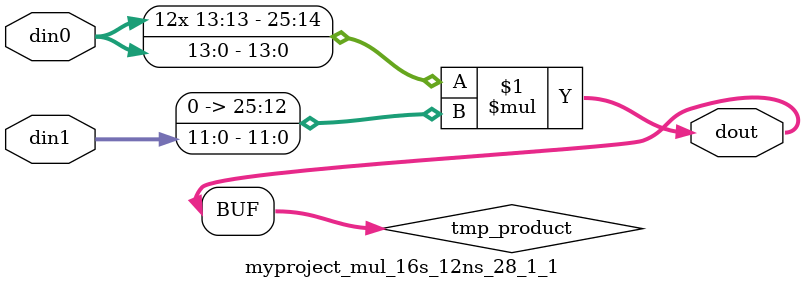
<source format=v>

`timescale 1 ns / 1 ps

  module myproject_mul_16s_12ns_28_1_1(din0, din1, dout);
parameter ID = 1;
parameter NUM_STAGE = 0;
parameter din0_WIDTH = 14;
parameter din1_WIDTH = 12;
parameter dout_WIDTH = 26;

input [din0_WIDTH - 1 : 0] din0; 
input [din1_WIDTH - 1 : 0] din1; 
output [dout_WIDTH - 1 : 0] dout;

wire signed [dout_WIDTH - 1 : 0] tmp_product;












assign tmp_product = $signed(din0) * $signed({1'b0, din1});









assign dout = tmp_product;







endmodule

</source>
